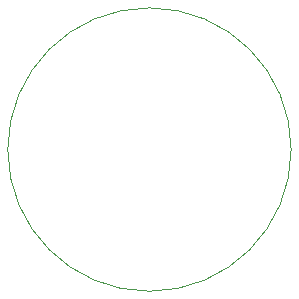
<source format=gm1>
%TF.GenerationSoftware,KiCad,Pcbnew,5.99.0-1.20210525git45ba067.fc33*%
%TF.CreationDate,2021-06-21T21:42:03+02:00*%
%TF.ProjectId,led-pedestal,6c65642d-7065-4646-9573-74616c2e6b69,2*%
%TF.SameCoordinates,Original*%
%TF.FileFunction,Profile,NP*%
%FSLAX46Y46*%
G04 Gerber Fmt 4.6, Leading zero omitted, Abs format (unit mm)*
G04 Created by KiCad (PCBNEW 5.99.0-1.20210525git45ba067.fc33) date 2021-06-21 21:42:03*
%MOMM*%
%LPD*%
G01*
G04 APERTURE LIST*
%TA.AperFunction,Profile*%
%ADD10C,0.100000*%
%TD*%
G04 APERTURE END LIST*
D10*
X159955000Y-94742000D02*
G75*
G03*
X159955000Y-94742000I-12000000J0D01*
G01*
M02*

</source>
